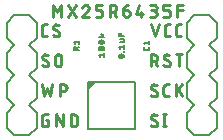
<source format=gto>
G75*
%MOIN*%
%OFA0B0*%
%FSLAX25Y25*%
%IPPOS*%
%LPD*%
%AMOC8*
5,1,8,0,0,1.08239X$1,22.5*
%
%ADD10C,0.01000*%
%ADD11C,0.00500*%
%ADD12C,0.00800*%
D10*
X0018250Y0010389D02*
X0018250Y0012611D01*
X0018252Y0012669D01*
X0018258Y0012727D01*
X0018267Y0012784D01*
X0018280Y0012841D01*
X0018297Y0012897D01*
X0018318Y0012951D01*
X0018342Y0013004D01*
X0018369Y0013055D01*
X0018400Y0013105D01*
X0018434Y0013152D01*
X0018471Y0013197D01*
X0018510Y0013240D01*
X0018553Y0013279D01*
X0018598Y0013316D01*
X0018645Y0013350D01*
X0018694Y0013381D01*
X0018746Y0013408D01*
X0018799Y0013432D01*
X0018853Y0013453D01*
X0018909Y0013470D01*
X0018966Y0013483D01*
X0019023Y0013492D01*
X0019081Y0013498D01*
X0019139Y0013500D01*
X0020472Y0013500D01*
X0023050Y0013500D02*
X0025272Y0009500D01*
X0025272Y0013500D01*
X0023050Y0013500D02*
X0023050Y0009500D01*
X0020472Y0009500D02*
X0019139Y0009500D01*
X0020472Y0009500D02*
X0020472Y0011722D01*
X0019806Y0011722D01*
X0018250Y0010389D02*
X0018252Y0010331D01*
X0018258Y0010273D01*
X0018267Y0010216D01*
X0018280Y0010159D01*
X0018297Y0010103D01*
X0018318Y0010049D01*
X0018342Y0009996D01*
X0018369Y0009945D01*
X0018400Y0009895D01*
X0018434Y0009848D01*
X0018471Y0009803D01*
X0018510Y0009760D01*
X0018553Y0009721D01*
X0018598Y0009684D01*
X0018645Y0009650D01*
X0018695Y0009619D01*
X0018746Y0009592D01*
X0018799Y0009568D01*
X0018853Y0009547D01*
X0018909Y0009530D01*
X0018966Y0009517D01*
X0019023Y0009508D01*
X0019081Y0009502D01*
X0019139Y0009500D01*
X0027850Y0009500D02*
X0028961Y0009500D01*
X0027850Y0009500D02*
X0027850Y0013500D01*
X0028961Y0013500D01*
X0029026Y0013498D01*
X0029090Y0013492D01*
X0029154Y0013483D01*
X0029217Y0013470D01*
X0029280Y0013453D01*
X0029341Y0013433D01*
X0029401Y0013409D01*
X0029460Y0013382D01*
X0029517Y0013351D01*
X0029572Y0013317D01*
X0029624Y0013280D01*
X0029675Y0013240D01*
X0029723Y0013197D01*
X0029769Y0013151D01*
X0029812Y0013103D01*
X0029852Y0013052D01*
X0029889Y0012999D01*
X0029923Y0012944D01*
X0029954Y0012888D01*
X0029981Y0012829D01*
X0030005Y0012769D01*
X0030025Y0012708D01*
X0030042Y0012645D01*
X0030055Y0012582D01*
X0030064Y0012518D01*
X0030070Y0012454D01*
X0030072Y0012389D01*
X0030072Y0010611D01*
X0030070Y0010546D01*
X0030064Y0010482D01*
X0030055Y0010418D01*
X0030042Y0010355D01*
X0030025Y0010292D01*
X0030005Y0010231D01*
X0029981Y0010171D01*
X0029954Y0010112D01*
X0029923Y0010056D01*
X0029889Y0010000D01*
X0029852Y0009948D01*
X0029812Y0009897D01*
X0029769Y0009849D01*
X0029723Y0009803D01*
X0029675Y0009760D01*
X0029624Y0009720D01*
X0029572Y0009683D01*
X0029517Y0009649D01*
X0029460Y0009618D01*
X0029401Y0009591D01*
X0029341Y0009567D01*
X0029280Y0009547D01*
X0029217Y0009530D01*
X0029154Y0009517D01*
X0029090Y0009508D01*
X0029026Y0009502D01*
X0028961Y0009500D01*
X0024283Y0019500D02*
X0024283Y0023500D01*
X0025394Y0023500D01*
X0025460Y0023498D01*
X0025525Y0023492D01*
X0025591Y0023482D01*
X0025655Y0023469D01*
X0025718Y0023452D01*
X0025781Y0023430D01*
X0025842Y0023406D01*
X0025901Y0023377D01*
X0025959Y0023346D01*
X0026015Y0023310D01*
X0026068Y0023272D01*
X0026119Y0023231D01*
X0026168Y0023186D01*
X0026214Y0023139D01*
X0026257Y0023089D01*
X0026297Y0023037D01*
X0026333Y0022982D01*
X0026367Y0022925D01*
X0026397Y0022867D01*
X0026424Y0022807D01*
X0026446Y0022745D01*
X0026466Y0022682D01*
X0026481Y0022618D01*
X0026493Y0022553D01*
X0026501Y0022488D01*
X0026505Y0022422D01*
X0026505Y0022356D01*
X0026501Y0022290D01*
X0026493Y0022225D01*
X0026481Y0022160D01*
X0026466Y0022096D01*
X0026446Y0022033D01*
X0026424Y0021971D01*
X0026397Y0021911D01*
X0026367Y0021853D01*
X0026333Y0021796D01*
X0026297Y0021741D01*
X0026257Y0021689D01*
X0026214Y0021639D01*
X0026168Y0021592D01*
X0026119Y0021547D01*
X0026068Y0021506D01*
X0026015Y0021468D01*
X0025959Y0021432D01*
X0025901Y0021401D01*
X0025842Y0021372D01*
X0025781Y0021348D01*
X0025718Y0021326D01*
X0025655Y0021309D01*
X0025591Y0021296D01*
X0025525Y0021286D01*
X0025460Y0021280D01*
X0025394Y0021278D01*
X0024283Y0021278D01*
X0021806Y0023500D02*
X0020917Y0019500D01*
X0020028Y0022167D01*
X0019139Y0019500D01*
X0018250Y0023500D01*
X0020472Y0030389D02*
X0020470Y0030448D01*
X0020464Y0030506D01*
X0020455Y0030564D01*
X0020442Y0030621D01*
X0020425Y0030677D01*
X0020404Y0030732D01*
X0020380Y0030785D01*
X0020353Y0030837D01*
X0020322Y0030887D01*
X0020288Y0030935D01*
X0020252Y0030980D01*
X0020212Y0031023D01*
X0020169Y0031064D01*
X0020124Y0031101D01*
X0020077Y0031136D01*
X0020027Y0031167D01*
X0020028Y0031167D02*
X0018806Y0031833D01*
X0019250Y0033500D02*
X0019327Y0033498D01*
X0019403Y0033493D01*
X0019479Y0033484D01*
X0019555Y0033472D01*
X0019630Y0033456D01*
X0019704Y0033437D01*
X0019777Y0033414D01*
X0019849Y0033389D01*
X0019920Y0033359D01*
X0019990Y0033327D01*
X0020057Y0033291D01*
X0020124Y0033253D01*
X0020188Y0033211D01*
X0020250Y0033167D01*
X0018806Y0031833D02*
X0018756Y0031864D01*
X0018709Y0031899D01*
X0018664Y0031936D01*
X0018621Y0031977D01*
X0018581Y0032020D01*
X0018545Y0032065D01*
X0018511Y0032113D01*
X0018480Y0032163D01*
X0018453Y0032215D01*
X0018429Y0032268D01*
X0018408Y0032323D01*
X0018391Y0032379D01*
X0018378Y0032436D01*
X0018369Y0032494D01*
X0018363Y0032552D01*
X0018361Y0032611D01*
X0018363Y0032669D01*
X0018369Y0032727D01*
X0018378Y0032784D01*
X0018391Y0032841D01*
X0018408Y0032897D01*
X0018429Y0032951D01*
X0018453Y0033004D01*
X0018480Y0033056D01*
X0018511Y0033105D01*
X0018545Y0033152D01*
X0018582Y0033197D01*
X0018621Y0033240D01*
X0018664Y0033279D01*
X0018709Y0033316D01*
X0018756Y0033350D01*
X0018806Y0033381D01*
X0018857Y0033408D01*
X0018910Y0033432D01*
X0018964Y0033453D01*
X0019020Y0033470D01*
X0019077Y0033483D01*
X0019134Y0033492D01*
X0019192Y0033498D01*
X0019250Y0033500D01*
X0018250Y0030056D02*
X0018309Y0029998D01*
X0018371Y0029944D01*
X0018435Y0029892D01*
X0018501Y0029843D01*
X0018569Y0029797D01*
X0018639Y0029754D01*
X0018712Y0029714D01*
X0018785Y0029678D01*
X0018861Y0029644D01*
X0018937Y0029614D01*
X0019015Y0029588D01*
X0019094Y0029565D01*
X0019174Y0029545D01*
X0019255Y0029529D01*
X0019337Y0029516D01*
X0019418Y0029507D01*
X0019501Y0029502D01*
X0019583Y0029500D01*
X0019641Y0029502D01*
X0019699Y0029508D01*
X0019756Y0029517D01*
X0019813Y0029530D01*
X0019869Y0029547D01*
X0019923Y0029568D01*
X0019976Y0029592D01*
X0020028Y0029619D01*
X0020077Y0029650D01*
X0020124Y0029684D01*
X0020169Y0029721D01*
X0020212Y0029760D01*
X0020251Y0029803D01*
X0020288Y0029848D01*
X0020322Y0029895D01*
X0020353Y0029945D01*
X0020380Y0029996D01*
X0020404Y0030049D01*
X0020425Y0030103D01*
X0020442Y0030159D01*
X0020455Y0030216D01*
X0020464Y0030273D01*
X0020470Y0030331D01*
X0020472Y0030389D01*
X0022600Y0030611D02*
X0022600Y0032389D01*
X0022602Y0032455D01*
X0022608Y0032520D01*
X0022618Y0032586D01*
X0022631Y0032650D01*
X0022648Y0032713D01*
X0022670Y0032776D01*
X0022694Y0032837D01*
X0022723Y0032896D01*
X0022754Y0032954D01*
X0022790Y0033010D01*
X0022828Y0033063D01*
X0022869Y0033114D01*
X0022914Y0033163D01*
X0022961Y0033209D01*
X0023011Y0033252D01*
X0023063Y0033292D01*
X0023118Y0033328D01*
X0023175Y0033362D01*
X0023233Y0033392D01*
X0023293Y0033419D01*
X0023355Y0033441D01*
X0023418Y0033461D01*
X0023482Y0033476D01*
X0023547Y0033488D01*
X0023612Y0033496D01*
X0023678Y0033500D01*
X0023744Y0033500D01*
X0023810Y0033496D01*
X0023875Y0033488D01*
X0023940Y0033476D01*
X0024004Y0033461D01*
X0024067Y0033441D01*
X0024129Y0033419D01*
X0024189Y0033392D01*
X0024247Y0033362D01*
X0024304Y0033328D01*
X0024359Y0033292D01*
X0024411Y0033252D01*
X0024461Y0033209D01*
X0024508Y0033163D01*
X0024553Y0033114D01*
X0024594Y0033063D01*
X0024632Y0033010D01*
X0024668Y0032954D01*
X0024699Y0032896D01*
X0024728Y0032837D01*
X0024752Y0032776D01*
X0024774Y0032713D01*
X0024791Y0032650D01*
X0024804Y0032586D01*
X0024814Y0032520D01*
X0024820Y0032455D01*
X0024822Y0032389D01*
X0024822Y0030611D01*
X0024820Y0030545D01*
X0024814Y0030480D01*
X0024804Y0030414D01*
X0024791Y0030350D01*
X0024774Y0030287D01*
X0024752Y0030224D01*
X0024728Y0030163D01*
X0024699Y0030104D01*
X0024668Y0030046D01*
X0024632Y0029990D01*
X0024594Y0029937D01*
X0024553Y0029886D01*
X0024508Y0029837D01*
X0024461Y0029791D01*
X0024411Y0029748D01*
X0024359Y0029708D01*
X0024304Y0029672D01*
X0024247Y0029638D01*
X0024189Y0029608D01*
X0024129Y0029581D01*
X0024067Y0029559D01*
X0024004Y0029539D01*
X0023940Y0029524D01*
X0023875Y0029512D01*
X0023810Y0029504D01*
X0023744Y0029500D01*
X0023678Y0029500D01*
X0023612Y0029504D01*
X0023547Y0029512D01*
X0023482Y0029524D01*
X0023418Y0029539D01*
X0023355Y0029559D01*
X0023293Y0029581D01*
X0023233Y0029608D01*
X0023175Y0029638D01*
X0023118Y0029672D01*
X0023063Y0029708D01*
X0023011Y0029748D01*
X0022961Y0029791D01*
X0022914Y0029837D01*
X0022869Y0029886D01*
X0022828Y0029937D01*
X0022790Y0029990D01*
X0022754Y0030046D01*
X0022723Y0030104D01*
X0022694Y0030163D01*
X0022670Y0030224D01*
X0022648Y0030287D01*
X0022631Y0030350D01*
X0022618Y0030414D01*
X0022608Y0030480D01*
X0022602Y0030545D01*
X0022600Y0030611D01*
X0020028Y0039500D02*
X0019139Y0039500D01*
X0019081Y0039502D01*
X0019023Y0039508D01*
X0018966Y0039517D01*
X0018909Y0039530D01*
X0018853Y0039547D01*
X0018799Y0039568D01*
X0018746Y0039592D01*
X0018695Y0039619D01*
X0018645Y0039650D01*
X0018598Y0039684D01*
X0018553Y0039721D01*
X0018510Y0039760D01*
X0018471Y0039803D01*
X0018434Y0039848D01*
X0018400Y0039895D01*
X0018369Y0039945D01*
X0018342Y0039996D01*
X0018318Y0040049D01*
X0018297Y0040103D01*
X0018280Y0040159D01*
X0018267Y0040216D01*
X0018258Y0040273D01*
X0018252Y0040331D01*
X0018250Y0040389D01*
X0018250Y0042611D01*
X0018252Y0042669D01*
X0018258Y0042727D01*
X0018267Y0042784D01*
X0018280Y0042841D01*
X0018297Y0042897D01*
X0018318Y0042951D01*
X0018342Y0043004D01*
X0018369Y0043055D01*
X0018400Y0043105D01*
X0018434Y0043152D01*
X0018471Y0043197D01*
X0018510Y0043240D01*
X0018553Y0043279D01*
X0018598Y0043316D01*
X0018645Y0043350D01*
X0018694Y0043381D01*
X0018746Y0043408D01*
X0018799Y0043432D01*
X0018853Y0043453D01*
X0018909Y0043470D01*
X0018966Y0043483D01*
X0019023Y0043492D01*
X0019081Y0043498D01*
X0019139Y0043500D01*
X0020028Y0043500D01*
X0021984Y0042611D02*
X0021986Y0042669D01*
X0021992Y0042727D01*
X0022001Y0042784D01*
X0022014Y0042841D01*
X0022031Y0042897D01*
X0022052Y0042951D01*
X0022076Y0043004D01*
X0022103Y0043056D01*
X0022134Y0043105D01*
X0022168Y0043152D01*
X0022205Y0043197D01*
X0022244Y0043240D01*
X0022287Y0043279D01*
X0022332Y0043316D01*
X0022379Y0043350D01*
X0022429Y0043381D01*
X0022480Y0043408D01*
X0022533Y0043432D01*
X0022587Y0043453D01*
X0022643Y0043470D01*
X0022700Y0043483D01*
X0022757Y0043492D01*
X0022815Y0043498D01*
X0022873Y0043500D01*
X0021984Y0042611D02*
X0021986Y0042552D01*
X0021992Y0042494D01*
X0022001Y0042436D01*
X0022014Y0042379D01*
X0022031Y0042323D01*
X0022052Y0042268D01*
X0022076Y0042215D01*
X0022103Y0042163D01*
X0022134Y0042113D01*
X0022168Y0042065D01*
X0022204Y0042020D01*
X0022244Y0041977D01*
X0022287Y0041936D01*
X0022332Y0041899D01*
X0022379Y0041864D01*
X0022429Y0041833D01*
X0022428Y0041833D02*
X0023651Y0041167D01*
X0023206Y0039500D02*
X0023124Y0039502D01*
X0023041Y0039507D01*
X0022960Y0039516D01*
X0022878Y0039529D01*
X0022797Y0039545D01*
X0022717Y0039565D01*
X0022638Y0039588D01*
X0022560Y0039614D01*
X0022484Y0039644D01*
X0022408Y0039678D01*
X0022335Y0039714D01*
X0022262Y0039754D01*
X0022192Y0039797D01*
X0022124Y0039843D01*
X0022058Y0039892D01*
X0021994Y0039944D01*
X0021932Y0039998D01*
X0021873Y0040056D01*
X0023650Y0041167D02*
X0023700Y0041136D01*
X0023747Y0041101D01*
X0023792Y0041064D01*
X0023835Y0041023D01*
X0023875Y0040980D01*
X0023911Y0040935D01*
X0023945Y0040887D01*
X0023976Y0040837D01*
X0024003Y0040785D01*
X0024027Y0040732D01*
X0024048Y0040677D01*
X0024065Y0040621D01*
X0024078Y0040564D01*
X0024087Y0040506D01*
X0024093Y0040448D01*
X0024095Y0040389D01*
X0024093Y0040331D01*
X0024087Y0040273D01*
X0024078Y0040216D01*
X0024065Y0040159D01*
X0024048Y0040103D01*
X0024027Y0040049D01*
X0024003Y0039996D01*
X0023976Y0039945D01*
X0023945Y0039895D01*
X0023911Y0039848D01*
X0023874Y0039803D01*
X0023835Y0039760D01*
X0023792Y0039721D01*
X0023747Y0039684D01*
X0023700Y0039650D01*
X0023651Y0039619D01*
X0023599Y0039592D01*
X0023546Y0039568D01*
X0023492Y0039547D01*
X0023436Y0039530D01*
X0023379Y0039517D01*
X0023322Y0039508D01*
X0023264Y0039502D01*
X0023206Y0039500D01*
X0023873Y0043167D02*
X0023811Y0043211D01*
X0023747Y0043253D01*
X0023680Y0043291D01*
X0023613Y0043327D01*
X0023543Y0043359D01*
X0023472Y0043389D01*
X0023400Y0043414D01*
X0023327Y0043437D01*
X0023253Y0043456D01*
X0023178Y0043472D01*
X0023102Y0043484D01*
X0023026Y0043493D01*
X0022950Y0043498D01*
X0022873Y0043500D01*
X0022000Y0046000D02*
X0022000Y0050000D01*
X0023333Y0047778D01*
X0024667Y0050000D01*
X0024667Y0046000D01*
X0026950Y0046000D02*
X0029617Y0050000D01*
X0026950Y0050000D02*
X0029617Y0046000D01*
X0031672Y0046000D02*
X0033894Y0046000D01*
X0031672Y0046000D02*
X0033561Y0048222D01*
X0032894Y0050000D02*
X0032824Y0049998D01*
X0032754Y0049992D01*
X0032684Y0049983D01*
X0032615Y0049969D01*
X0032547Y0049952D01*
X0032480Y0049931D01*
X0032414Y0049907D01*
X0032350Y0049879D01*
X0032287Y0049848D01*
X0032226Y0049813D01*
X0032167Y0049774D01*
X0032110Y0049733D01*
X0032056Y0049689D01*
X0032004Y0049642D01*
X0031954Y0049591D01*
X0031908Y0049539D01*
X0031864Y0049484D01*
X0031824Y0049426D01*
X0031787Y0049367D01*
X0031753Y0049305D01*
X0031722Y0049242D01*
X0031695Y0049177D01*
X0031672Y0049111D01*
X0033561Y0048222D02*
X0033604Y0048266D01*
X0033646Y0048313D01*
X0033684Y0048362D01*
X0033719Y0048413D01*
X0033752Y0048466D01*
X0033781Y0048521D01*
X0033807Y0048577D01*
X0033830Y0048635D01*
X0033849Y0048694D01*
X0033865Y0048754D01*
X0033878Y0048815D01*
X0033887Y0048876D01*
X0033892Y0048938D01*
X0033894Y0049000D01*
X0033892Y0049060D01*
X0033887Y0049121D01*
X0033878Y0049180D01*
X0033865Y0049239D01*
X0033849Y0049298D01*
X0033829Y0049355D01*
X0033806Y0049410D01*
X0033779Y0049465D01*
X0033750Y0049517D01*
X0033717Y0049568D01*
X0033681Y0049617D01*
X0033643Y0049663D01*
X0033601Y0049707D01*
X0033557Y0049749D01*
X0033511Y0049787D01*
X0033462Y0049823D01*
X0033411Y0049856D01*
X0033359Y0049885D01*
X0033304Y0049912D01*
X0033249Y0049935D01*
X0033192Y0049955D01*
X0033133Y0049971D01*
X0033074Y0049984D01*
X0033015Y0049993D01*
X0032954Y0049998D01*
X0032894Y0050000D01*
X0036172Y0050000D02*
X0036172Y0048222D01*
X0037506Y0048222D01*
X0037564Y0048220D01*
X0037622Y0048214D01*
X0037679Y0048205D01*
X0037736Y0048192D01*
X0037792Y0048175D01*
X0037846Y0048154D01*
X0037899Y0048130D01*
X0037951Y0048103D01*
X0038000Y0048072D01*
X0038047Y0048038D01*
X0038092Y0048001D01*
X0038135Y0047962D01*
X0038174Y0047919D01*
X0038211Y0047874D01*
X0038245Y0047827D01*
X0038276Y0047778D01*
X0038303Y0047726D01*
X0038327Y0047673D01*
X0038348Y0047619D01*
X0038365Y0047563D01*
X0038378Y0047506D01*
X0038387Y0047449D01*
X0038393Y0047391D01*
X0038395Y0047333D01*
X0038394Y0047333D02*
X0038394Y0046889D01*
X0038395Y0046889D02*
X0038393Y0046831D01*
X0038387Y0046773D01*
X0038378Y0046716D01*
X0038365Y0046659D01*
X0038348Y0046603D01*
X0038327Y0046549D01*
X0038303Y0046496D01*
X0038276Y0046444D01*
X0038245Y0046395D01*
X0038211Y0046348D01*
X0038174Y0046303D01*
X0038135Y0046260D01*
X0038092Y0046221D01*
X0038047Y0046184D01*
X0038000Y0046150D01*
X0037950Y0046119D01*
X0037899Y0046092D01*
X0037846Y0046068D01*
X0037792Y0046047D01*
X0037736Y0046030D01*
X0037679Y0046017D01*
X0037622Y0046008D01*
X0037564Y0046002D01*
X0037506Y0046000D01*
X0036172Y0046000D01*
X0040873Y0046000D02*
X0040873Y0050000D01*
X0041984Y0050000D01*
X0042050Y0049998D01*
X0042115Y0049992D01*
X0042181Y0049982D01*
X0042245Y0049969D01*
X0042308Y0049952D01*
X0042371Y0049930D01*
X0042432Y0049906D01*
X0042491Y0049877D01*
X0042549Y0049846D01*
X0042605Y0049810D01*
X0042658Y0049772D01*
X0042709Y0049731D01*
X0042758Y0049686D01*
X0042804Y0049639D01*
X0042847Y0049589D01*
X0042887Y0049537D01*
X0042923Y0049482D01*
X0042957Y0049425D01*
X0042987Y0049367D01*
X0043014Y0049307D01*
X0043036Y0049245D01*
X0043056Y0049182D01*
X0043071Y0049118D01*
X0043083Y0049053D01*
X0043091Y0048988D01*
X0043095Y0048922D01*
X0043095Y0048856D01*
X0043091Y0048790D01*
X0043083Y0048725D01*
X0043071Y0048660D01*
X0043056Y0048596D01*
X0043036Y0048533D01*
X0043014Y0048471D01*
X0042987Y0048411D01*
X0042957Y0048353D01*
X0042923Y0048296D01*
X0042887Y0048241D01*
X0042847Y0048189D01*
X0042804Y0048139D01*
X0042758Y0048092D01*
X0042709Y0048047D01*
X0042658Y0048006D01*
X0042605Y0047968D01*
X0042549Y0047932D01*
X0042491Y0047901D01*
X0042432Y0047872D01*
X0042371Y0047848D01*
X0042308Y0047826D01*
X0042245Y0047809D01*
X0042181Y0047796D01*
X0042115Y0047786D01*
X0042050Y0047780D01*
X0041984Y0047778D01*
X0040873Y0047778D01*
X0042206Y0047778D02*
X0043095Y0046000D01*
X0045322Y0047111D02*
X0045322Y0048222D01*
X0046656Y0048222D01*
X0045322Y0048222D02*
X0045324Y0048304D01*
X0045330Y0048386D01*
X0045339Y0048468D01*
X0045352Y0048549D01*
X0045369Y0048629D01*
X0045390Y0048709D01*
X0045414Y0048787D01*
X0045442Y0048864D01*
X0045473Y0048940D01*
X0045508Y0049015D01*
X0045547Y0049087D01*
X0045588Y0049158D01*
X0045633Y0049227D01*
X0045681Y0049293D01*
X0045732Y0049358D01*
X0045786Y0049420D01*
X0045843Y0049479D01*
X0045902Y0049536D01*
X0045964Y0049590D01*
X0046029Y0049641D01*
X0046095Y0049689D01*
X0046164Y0049734D01*
X0046235Y0049775D01*
X0046307Y0049814D01*
X0046382Y0049848D01*
X0046458Y0049880D01*
X0046535Y0049908D01*
X0046613Y0049932D01*
X0046693Y0049953D01*
X0046773Y0049970D01*
X0046854Y0049983D01*
X0046936Y0049992D01*
X0047018Y0049998D01*
X0047100Y0050000D01*
X0047544Y0047333D02*
X0047544Y0047111D01*
X0047545Y0047333D02*
X0047543Y0047391D01*
X0047537Y0047449D01*
X0047528Y0047506D01*
X0047515Y0047563D01*
X0047498Y0047619D01*
X0047477Y0047673D01*
X0047453Y0047726D01*
X0047426Y0047778D01*
X0047395Y0047827D01*
X0047361Y0047874D01*
X0047324Y0047919D01*
X0047285Y0047962D01*
X0047242Y0048001D01*
X0047197Y0048038D01*
X0047150Y0048072D01*
X0047101Y0048103D01*
X0047049Y0048130D01*
X0046996Y0048154D01*
X0046942Y0048175D01*
X0046886Y0048192D01*
X0046829Y0048205D01*
X0046772Y0048214D01*
X0046714Y0048220D01*
X0046656Y0048222D01*
X0047544Y0047111D02*
X0047542Y0047045D01*
X0047536Y0046980D01*
X0047526Y0046914D01*
X0047513Y0046850D01*
X0047496Y0046787D01*
X0047474Y0046724D01*
X0047450Y0046663D01*
X0047421Y0046604D01*
X0047390Y0046546D01*
X0047354Y0046490D01*
X0047316Y0046437D01*
X0047275Y0046386D01*
X0047230Y0046337D01*
X0047183Y0046291D01*
X0047133Y0046248D01*
X0047081Y0046208D01*
X0047026Y0046172D01*
X0046969Y0046138D01*
X0046911Y0046108D01*
X0046851Y0046081D01*
X0046789Y0046059D01*
X0046726Y0046039D01*
X0046662Y0046024D01*
X0046597Y0046012D01*
X0046532Y0046004D01*
X0046466Y0046000D01*
X0046400Y0046000D01*
X0046334Y0046004D01*
X0046269Y0046012D01*
X0046204Y0046024D01*
X0046140Y0046039D01*
X0046077Y0046059D01*
X0046015Y0046081D01*
X0045955Y0046108D01*
X0045897Y0046138D01*
X0045840Y0046172D01*
X0045785Y0046208D01*
X0045733Y0046248D01*
X0045683Y0046291D01*
X0045636Y0046337D01*
X0045591Y0046386D01*
X0045550Y0046437D01*
X0045512Y0046490D01*
X0045476Y0046546D01*
X0045445Y0046604D01*
X0045416Y0046663D01*
X0045392Y0046724D01*
X0045370Y0046787D01*
X0045353Y0046850D01*
X0045340Y0046914D01*
X0045330Y0046980D01*
X0045324Y0047045D01*
X0045322Y0047111D01*
X0049822Y0046889D02*
X0052044Y0046889D01*
X0051378Y0047778D02*
X0051378Y0046000D01*
X0049822Y0046889D02*
X0050711Y0050000D01*
X0054322Y0050000D02*
X0055656Y0050000D01*
X0055714Y0049998D01*
X0055772Y0049992D01*
X0055829Y0049983D01*
X0055886Y0049970D01*
X0055942Y0049953D01*
X0055996Y0049932D01*
X0056049Y0049908D01*
X0056100Y0049881D01*
X0056150Y0049850D01*
X0056197Y0049816D01*
X0056242Y0049779D01*
X0056285Y0049740D01*
X0056324Y0049697D01*
X0056361Y0049652D01*
X0056395Y0049605D01*
X0056426Y0049556D01*
X0056453Y0049504D01*
X0056477Y0049451D01*
X0056498Y0049397D01*
X0056515Y0049341D01*
X0056528Y0049284D01*
X0056537Y0049227D01*
X0056543Y0049169D01*
X0056545Y0049111D01*
X0056543Y0049053D01*
X0056537Y0048995D01*
X0056528Y0048938D01*
X0056515Y0048881D01*
X0056498Y0048825D01*
X0056477Y0048771D01*
X0056453Y0048718D01*
X0056426Y0048667D01*
X0056395Y0048617D01*
X0056361Y0048570D01*
X0056324Y0048525D01*
X0056285Y0048482D01*
X0056242Y0048443D01*
X0056197Y0048406D01*
X0056150Y0048372D01*
X0056101Y0048341D01*
X0056049Y0048314D01*
X0055996Y0048290D01*
X0055942Y0048269D01*
X0055886Y0048252D01*
X0055829Y0048239D01*
X0055772Y0048230D01*
X0055714Y0048224D01*
X0055656Y0048222D01*
X0054767Y0048222D01*
X0055433Y0048222D02*
X0055499Y0048220D01*
X0055564Y0048214D01*
X0055630Y0048204D01*
X0055694Y0048191D01*
X0055757Y0048174D01*
X0055820Y0048152D01*
X0055881Y0048128D01*
X0055940Y0048099D01*
X0055998Y0048068D01*
X0056054Y0048032D01*
X0056107Y0047994D01*
X0056158Y0047953D01*
X0056207Y0047908D01*
X0056253Y0047861D01*
X0056296Y0047811D01*
X0056336Y0047759D01*
X0056372Y0047704D01*
X0056406Y0047647D01*
X0056436Y0047589D01*
X0056463Y0047529D01*
X0056485Y0047467D01*
X0056505Y0047404D01*
X0056520Y0047340D01*
X0056532Y0047275D01*
X0056540Y0047210D01*
X0056544Y0047144D01*
X0056544Y0047078D01*
X0056540Y0047012D01*
X0056532Y0046947D01*
X0056520Y0046882D01*
X0056505Y0046818D01*
X0056485Y0046755D01*
X0056463Y0046693D01*
X0056436Y0046633D01*
X0056406Y0046575D01*
X0056372Y0046518D01*
X0056336Y0046463D01*
X0056296Y0046411D01*
X0056253Y0046361D01*
X0056207Y0046314D01*
X0056158Y0046269D01*
X0056107Y0046228D01*
X0056054Y0046190D01*
X0055998Y0046154D01*
X0055940Y0046123D01*
X0055881Y0046094D01*
X0055820Y0046070D01*
X0055757Y0046048D01*
X0055694Y0046031D01*
X0055630Y0046018D01*
X0055564Y0046008D01*
X0055499Y0046002D01*
X0055433Y0046000D01*
X0054322Y0046000D01*
X0054500Y0043500D02*
X0055833Y0039500D01*
X0057167Y0043500D01*
X0059199Y0042611D02*
X0059199Y0040389D01*
X0059201Y0040331D01*
X0059207Y0040273D01*
X0059216Y0040216D01*
X0059229Y0040159D01*
X0059246Y0040103D01*
X0059267Y0040049D01*
X0059291Y0039996D01*
X0059318Y0039945D01*
X0059349Y0039895D01*
X0059383Y0039848D01*
X0059420Y0039803D01*
X0059459Y0039760D01*
X0059502Y0039721D01*
X0059547Y0039684D01*
X0059594Y0039650D01*
X0059644Y0039619D01*
X0059695Y0039592D01*
X0059748Y0039568D01*
X0059802Y0039547D01*
X0059858Y0039530D01*
X0059915Y0039517D01*
X0059972Y0039508D01*
X0060030Y0039502D01*
X0060088Y0039500D01*
X0060977Y0039500D01*
X0062949Y0040389D02*
X0062949Y0042611D01*
X0062951Y0042669D01*
X0062957Y0042727D01*
X0062966Y0042784D01*
X0062979Y0042841D01*
X0062996Y0042897D01*
X0063017Y0042951D01*
X0063041Y0043004D01*
X0063068Y0043055D01*
X0063099Y0043105D01*
X0063133Y0043152D01*
X0063170Y0043197D01*
X0063209Y0043240D01*
X0063252Y0043279D01*
X0063297Y0043316D01*
X0063344Y0043350D01*
X0063393Y0043381D01*
X0063445Y0043408D01*
X0063498Y0043432D01*
X0063552Y0043453D01*
X0063608Y0043470D01*
X0063665Y0043483D01*
X0063722Y0043492D01*
X0063780Y0043498D01*
X0063838Y0043500D01*
X0064727Y0043500D01*
X0063488Y0046000D02*
X0063488Y0050000D01*
X0065266Y0050000D01*
X0065266Y0048222D02*
X0063488Y0048222D01*
X0061044Y0047333D02*
X0061044Y0046889D01*
X0061045Y0046889D02*
X0061043Y0046831D01*
X0061037Y0046773D01*
X0061028Y0046716D01*
X0061015Y0046659D01*
X0060998Y0046603D01*
X0060977Y0046549D01*
X0060953Y0046496D01*
X0060926Y0046444D01*
X0060895Y0046395D01*
X0060861Y0046348D01*
X0060824Y0046303D01*
X0060785Y0046260D01*
X0060742Y0046221D01*
X0060697Y0046184D01*
X0060650Y0046150D01*
X0060600Y0046119D01*
X0060549Y0046092D01*
X0060496Y0046068D01*
X0060442Y0046047D01*
X0060386Y0046030D01*
X0060329Y0046017D01*
X0060272Y0046008D01*
X0060214Y0046002D01*
X0060156Y0046000D01*
X0058822Y0046000D01*
X0060156Y0048222D02*
X0060214Y0048220D01*
X0060272Y0048214D01*
X0060329Y0048205D01*
X0060386Y0048192D01*
X0060442Y0048175D01*
X0060496Y0048154D01*
X0060549Y0048130D01*
X0060601Y0048103D01*
X0060650Y0048072D01*
X0060697Y0048038D01*
X0060742Y0048001D01*
X0060785Y0047962D01*
X0060824Y0047919D01*
X0060861Y0047874D01*
X0060895Y0047827D01*
X0060926Y0047778D01*
X0060953Y0047726D01*
X0060977Y0047673D01*
X0060998Y0047619D01*
X0061015Y0047563D01*
X0061028Y0047506D01*
X0061037Y0047449D01*
X0061043Y0047391D01*
X0061045Y0047333D01*
X0060156Y0048222D02*
X0058822Y0048222D01*
X0058822Y0050000D01*
X0061044Y0050000D01*
X0060977Y0043500D02*
X0060088Y0043500D01*
X0060030Y0043498D01*
X0059972Y0043492D01*
X0059915Y0043483D01*
X0059858Y0043470D01*
X0059802Y0043453D01*
X0059748Y0043432D01*
X0059695Y0043408D01*
X0059643Y0043381D01*
X0059594Y0043350D01*
X0059547Y0043316D01*
X0059502Y0043279D01*
X0059459Y0043240D01*
X0059420Y0043197D01*
X0059383Y0043152D01*
X0059349Y0043105D01*
X0059318Y0043055D01*
X0059291Y0043004D01*
X0059267Y0042951D01*
X0059246Y0042897D01*
X0059229Y0042841D01*
X0059216Y0042784D01*
X0059207Y0042727D01*
X0059201Y0042669D01*
X0059199Y0042611D01*
X0062949Y0040389D02*
X0062951Y0040331D01*
X0062957Y0040273D01*
X0062966Y0040216D01*
X0062979Y0040159D01*
X0062996Y0040103D01*
X0063017Y0040049D01*
X0063041Y0039996D01*
X0063068Y0039945D01*
X0063099Y0039895D01*
X0063133Y0039848D01*
X0063170Y0039803D01*
X0063209Y0039760D01*
X0063252Y0039721D01*
X0063297Y0039684D01*
X0063344Y0039650D01*
X0063394Y0039619D01*
X0063445Y0039592D01*
X0063498Y0039568D01*
X0063552Y0039547D01*
X0063608Y0039530D01*
X0063665Y0039517D01*
X0063722Y0039508D01*
X0063780Y0039502D01*
X0063838Y0039500D01*
X0064727Y0039500D01*
X0065071Y0033500D02*
X0062849Y0033500D01*
X0063960Y0033500D02*
X0063960Y0029500D01*
X0060577Y0031167D02*
X0059355Y0031833D01*
X0059799Y0033500D02*
X0059876Y0033498D01*
X0059952Y0033493D01*
X0060028Y0033484D01*
X0060104Y0033472D01*
X0060179Y0033456D01*
X0060253Y0033437D01*
X0060326Y0033414D01*
X0060398Y0033389D01*
X0060469Y0033359D01*
X0060539Y0033327D01*
X0060606Y0033291D01*
X0060673Y0033253D01*
X0060737Y0033211D01*
X0060799Y0033167D01*
X0059355Y0031833D02*
X0059305Y0031864D01*
X0059258Y0031899D01*
X0059213Y0031936D01*
X0059170Y0031977D01*
X0059130Y0032020D01*
X0059094Y0032065D01*
X0059060Y0032113D01*
X0059029Y0032163D01*
X0059002Y0032215D01*
X0058978Y0032268D01*
X0058957Y0032323D01*
X0058940Y0032379D01*
X0058927Y0032436D01*
X0058918Y0032494D01*
X0058912Y0032552D01*
X0058910Y0032611D01*
X0058912Y0032669D01*
X0058918Y0032727D01*
X0058927Y0032784D01*
X0058940Y0032841D01*
X0058957Y0032897D01*
X0058978Y0032951D01*
X0059002Y0033004D01*
X0059029Y0033056D01*
X0059060Y0033105D01*
X0059094Y0033152D01*
X0059131Y0033197D01*
X0059170Y0033240D01*
X0059213Y0033279D01*
X0059258Y0033316D01*
X0059305Y0033350D01*
X0059355Y0033381D01*
X0059406Y0033408D01*
X0059459Y0033432D01*
X0059513Y0033453D01*
X0059569Y0033470D01*
X0059626Y0033483D01*
X0059683Y0033492D01*
X0059741Y0033498D01*
X0059799Y0033500D01*
X0058800Y0030056D02*
X0058859Y0029998D01*
X0058921Y0029944D01*
X0058985Y0029892D01*
X0059051Y0029843D01*
X0059119Y0029797D01*
X0059189Y0029754D01*
X0059262Y0029714D01*
X0059335Y0029678D01*
X0059411Y0029644D01*
X0059487Y0029614D01*
X0059565Y0029588D01*
X0059644Y0029565D01*
X0059724Y0029545D01*
X0059805Y0029529D01*
X0059887Y0029516D01*
X0059968Y0029507D01*
X0060051Y0029502D01*
X0060133Y0029500D01*
X0060191Y0029502D01*
X0060249Y0029508D01*
X0060306Y0029517D01*
X0060363Y0029530D01*
X0060419Y0029547D01*
X0060473Y0029568D01*
X0060526Y0029592D01*
X0060578Y0029619D01*
X0060627Y0029650D01*
X0060674Y0029684D01*
X0060719Y0029721D01*
X0060762Y0029760D01*
X0060801Y0029803D01*
X0060838Y0029848D01*
X0060872Y0029895D01*
X0060903Y0029945D01*
X0060930Y0029996D01*
X0060954Y0030049D01*
X0060975Y0030103D01*
X0060992Y0030159D01*
X0061005Y0030216D01*
X0061014Y0030273D01*
X0061020Y0030331D01*
X0061022Y0030389D01*
X0061020Y0030448D01*
X0061014Y0030506D01*
X0061005Y0030564D01*
X0060992Y0030621D01*
X0060975Y0030677D01*
X0060954Y0030732D01*
X0060930Y0030785D01*
X0060903Y0030837D01*
X0060872Y0030887D01*
X0060838Y0030935D01*
X0060802Y0030980D01*
X0060762Y0031023D01*
X0060719Y0031064D01*
X0060674Y0031101D01*
X0060627Y0031136D01*
X0060577Y0031167D01*
X0056722Y0029500D02*
X0055833Y0031278D01*
X0055611Y0031278D02*
X0054500Y0031278D01*
X0055611Y0031278D02*
X0055677Y0031280D01*
X0055742Y0031286D01*
X0055808Y0031296D01*
X0055872Y0031309D01*
X0055935Y0031326D01*
X0055998Y0031348D01*
X0056059Y0031372D01*
X0056118Y0031401D01*
X0056176Y0031432D01*
X0056232Y0031468D01*
X0056285Y0031506D01*
X0056336Y0031547D01*
X0056385Y0031592D01*
X0056431Y0031639D01*
X0056474Y0031689D01*
X0056514Y0031741D01*
X0056550Y0031796D01*
X0056584Y0031853D01*
X0056614Y0031911D01*
X0056641Y0031971D01*
X0056663Y0032033D01*
X0056683Y0032096D01*
X0056698Y0032160D01*
X0056710Y0032225D01*
X0056718Y0032290D01*
X0056722Y0032356D01*
X0056722Y0032422D01*
X0056718Y0032488D01*
X0056710Y0032553D01*
X0056698Y0032618D01*
X0056683Y0032682D01*
X0056663Y0032745D01*
X0056641Y0032807D01*
X0056614Y0032867D01*
X0056584Y0032925D01*
X0056550Y0032982D01*
X0056514Y0033037D01*
X0056474Y0033089D01*
X0056431Y0033139D01*
X0056385Y0033186D01*
X0056336Y0033231D01*
X0056285Y0033272D01*
X0056232Y0033310D01*
X0056176Y0033346D01*
X0056118Y0033377D01*
X0056059Y0033406D01*
X0055998Y0033430D01*
X0055935Y0033452D01*
X0055872Y0033469D01*
X0055808Y0033482D01*
X0055742Y0033492D01*
X0055677Y0033498D01*
X0055611Y0033500D01*
X0054500Y0033500D01*
X0054500Y0029500D01*
X0059716Y0023500D02*
X0060605Y0023500D01*
X0059716Y0023500D02*
X0059658Y0023498D01*
X0059600Y0023492D01*
X0059543Y0023483D01*
X0059486Y0023470D01*
X0059430Y0023453D01*
X0059376Y0023432D01*
X0059323Y0023408D01*
X0059271Y0023381D01*
X0059222Y0023350D01*
X0059175Y0023316D01*
X0059130Y0023279D01*
X0059087Y0023240D01*
X0059048Y0023197D01*
X0059011Y0023152D01*
X0058977Y0023105D01*
X0058946Y0023055D01*
X0058919Y0023004D01*
X0058895Y0022951D01*
X0058874Y0022897D01*
X0058857Y0022841D01*
X0058844Y0022784D01*
X0058835Y0022727D01*
X0058829Y0022669D01*
X0058827Y0022611D01*
X0058827Y0020389D01*
X0058829Y0020331D01*
X0058835Y0020273D01*
X0058844Y0020216D01*
X0058857Y0020159D01*
X0058874Y0020103D01*
X0058895Y0020049D01*
X0058919Y0019996D01*
X0058946Y0019945D01*
X0058977Y0019895D01*
X0059011Y0019848D01*
X0059048Y0019803D01*
X0059087Y0019760D01*
X0059130Y0019721D01*
X0059175Y0019684D01*
X0059222Y0019650D01*
X0059272Y0019619D01*
X0059323Y0019592D01*
X0059376Y0019568D01*
X0059430Y0019547D01*
X0059486Y0019530D01*
X0059543Y0019517D01*
X0059600Y0019508D01*
X0059658Y0019502D01*
X0059716Y0019500D01*
X0060605Y0019500D01*
X0062867Y0019500D02*
X0062867Y0023500D01*
X0063756Y0021944D02*
X0065089Y0019500D01*
X0062867Y0021056D02*
X0065089Y0023500D01*
X0056278Y0021167D02*
X0055056Y0021833D01*
X0055500Y0023500D02*
X0055577Y0023498D01*
X0055653Y0023493D01*
X0055729Y0023484D01*
X0055805Y0023472D01*
X0055880Y0023456D01*
X0055954Y0023437D01*
X0056027Y0023414D01*
X0056099Y0023389D01*
X0056170Y0023359D01*
X0056240Y0023327D01*
X0056307Y0023291D01*
X0056374Y0023253D01*
X0056438Y0023211D01*
X0056500Y0023167D01*
X0055056Y0021833D02*
X0055006Y0021864D01*
X0054959Y0021899D01*
X0054914Y0021936D01*
X0054871Y0021977D01*
X0054831Y0022020D01*
X0054795Y0022065D01*
X0054761Y0022113D01*
X0054730Y0022163D01*
X0054703Y0022215D01*
X0054679Y0022268D01*
X0054658Y0022323D01*
X0054641Y0022379D01*
X0054628Y0022436D01*
X0054619Y0022494D01*
X0054613Y0022552D01*
X0054611Y0022611D01*
X0054613Y0022669D01*
X0054619Y0022727D01*
X0054628Y0022784D01*
X0054641Y0022841D01*
X0054658Y0022897D01*
X0054679Y0022951D01*
X0054703Y0023004D01*
X0054730Y0023056D01*
X0054761Y0023105D01*
X0054795Y0023152D01*
X0054832Y0023197D01*
X0054871Y0023240D01*
X0054914Y0023279D01*
X0054959Y0023316D01*
X0055006Y0023350D01*
X0055056Y0023381D01*
X0055107Y0023408D01*
X0055160Y0023432D01*
X0055214Y0023453D01*
X0055270Y0023470D01*
X0055327Y0023483D01*
X0055384Y0023492D01*
X0055442Y0023498D01*
X0055500Y0023500D01*
X0054500Y0020056D02*
X0054559Y0019998D01*
X0054621Y0019944D01*
X0054685Y0019892D01*
X0054751Y0019843D01*
X0054819Y0019797D01*
X0054889Y0019754D01*
X0054962Y0019714D01*
X0055035Y0019678D01*
X0055111Y0019644D01*
X0055187Y0019614D01*
X0055265Y0019588D01*
X0055344Y0019565D01*
X0055424Y0019545D01*
X0055505Y0019529D01*
X0055587Y0019516D01*
X0055668Y0019507D01*
X0055751Y0019502D01*
X0055833Y0019500D01*
X0055891Y0019502D01*
X0055949Y0019508D01*
X0056006Y0019517D01*
X0056063Y0019530D01*
X0056119Y0019547D01*
X0056173Y0019568D01*
X0056226Y0019592D01*
X0056278Y0019619D01*
X0056327Y0019650D01*
X0056374Y0019684D01*
X0056419Y0019721D01*
X0056462Y0019760D01*
X0056501Y0019803D01*
X0056538Y0019848D01*
X0056572Y0019895D01*
X0056603Y0019945D01*
X0056630Y0019996D01*
X0056654Y0020049D01*
X0056675Y0020103D01*
X0056692Y0020159D01*
X0056705Y0020216D01*
X0056714Y0020273D01*
X0056720Y0020331D01*
X0056722Y0020389D01*
X0056720Y0020448D01*
X0056714Y0020506D01*
X0056705Y0020564D01*
X0056692Y0020621D01*
X0056675Y0020677D01*
X0056654Y0020732D01*
X0056630Y0020785D01*
X0056603Y0020837D01*
X0056572Y0020887D01*
X0056538Y0020935D01*
X0056502Y0020980D01*
X0056462Y0021023D01*
X0056419Y0021064D01*
X0056374Y0021101D01*
X0056327Y0021136D01*
X0056277Y0021167D01*
X0058617Y0013500D02*
X0059506Y0013500D01*
X0059061Y0013500D02*
X0059061Y0009500D01*
X0058617Y0009500D02*
X0059506Y0009500D01*
X0056278Y0011167D02*
X0055056Y0011833D01*
X0055500Y0013500D02*
X0055577Y0013498D01*
X0055653Y0013493D01*
X0055729Y0013484D01*
X0055805Y0013472D01*
X0055880Y0013456D01*
X0055954Y0013437D01*
X0056027Y0013414D01*
X0056099Y0013389D01*
X0056170Y0013359D01*
X0056240Y0013327D01*
X0056307Y0013291D01*
X0056374Y0013253D01*
X0056438Y0013211D01*
X0056500Y0013167D01*
X0055056Y0011833D02*
X0055006Y0011864D01*
X0054959Y0011899D01*
X0054914Y0011936D01*
X0054871Y0011977D01*
X0054831Y0012020D01*
X0054795Y0012065D01*
X0054761Y0012113D01*
X0054730Y0012163D01*
X0054703Y0012215D01*
X0054679Y0012268D01*
X0054658Y0012323D01*
X0054641Y0012379D01*
X0054628Y0012436D01*
X0054619Y0012494D01*
X0054613Y0012552D01*
X0054611Y0012611D01*
X0054613Y0012669D01*
X0054619Y0012727D01*
X0054628Y0012784D01*
X0054641Y0012841D01*
X0054658Y0012897D01*
X0054679Y0012951D01*
X0054703Y0013004D01*
X0054730Y0013056D01*
X0054761Y0013105D01*
X0054795Y0013152D01*
X0054832Y0013197D01*
X0054871Y0013240D01*
X0054914Y0013279D01*
X0054959Y0013316D01*
X0055006Y0013350D01*
X0055056Y0013381D01*
X0055107Y0013408D01*
X0055160Y0013432D01*
X0055214Y0013453D01*
X0055270Y0013470D01*
X0055327Y0013483D01*
X0055384Y0013492D01*
X0055442Y0013498D01*
X0055500Y0013500D01*
X0054500Y0010056D02*
X0054559Y0009998D01*
X0054621Y0009944D01*
X0054685Y0009892D01*
X0054751Y0009843D01*
X0054819Y0009797D01*
X0054889Y0009754D01*
X0054962Y0009714D01*
X0055035Y0009678D01*
X0055111Y0009644D01*
X0055187Y0009614D01*
X0055265Y0009588D01*
X0055344Y0009565D01*
X0055424Y0009545D01*
X0055505Y0009529D01*
X0055587Y0009516D01*
X0055668Y0009507D01*
X0055751Y0009502D01*
X0055833Y0009500D01*
X0055891Y0009502D01*
X0055949Y0009508D01*
X0056006Y0009517D01*
X0056063Y0009530D01*
X0056119Y0009547D01*
X0056173Y0009568D01*
X0056226Y0009592D01*
X0056278Y0009619D01*
X0056327Y0009650D01*
X0056374Y0009684D01*
X0056419Y0009721D01*
X0056462Y0009760D01*
X0056501Y0009803D01*
X0056538Y0009848D01*
X0056572Y0009895D01*
X0056603Y0009945D01*
X0056630Y0009996D01*
X0056654Y0010049D01*
X0056675Y0010103D01*
X0056692Y0010159D01*
X0056705Y0010216D01*
X0056714Y0010273D01*
X0056720Y0010331D01*
X0056722Y0010389D01*
X0056720Y0010448D01*
X0056714Y0010506D01*
X0056705Y0010564D01*
X0056692Y0010621D01*
X0056675Y0010677D01*
X0056654Y0010732D01*
X0056630Y0010785D01*
X0056603Y0010837D01*
X0056572Y0010887D01*
X0056538Y0010935D01*
X0056502Y0010980D01*
X0056462Y0011023D01*
X0056419Y0011064D01*
X0056374Y0011101D01*
X0056327Y0011136D01*
X0056277Y0011167D01*
X0038394Y0050000D02*
X0036172Y0050000D01*
D11*
X0043850Y0040562D02*
X0043850Y0039718D01*
X0045750Y0039718D01*
X0044694Y0039718D02*
X0044694Y0040562D01*
X0044483Y0038500D02*
X0045750Y0038500D01*
X0045750Y0037972D01*
X0045748Y0037939D01*
X0045743Y0037906D01*
X0045734Y0037874D01*
X0045723Y0037843D01*
X0045708Y0037814D01*
X0045689Y0037786D01*
X0045669Y0037760D01*
X0045645Y0037736D01*
X0045619Y0037716D01*
X0045592Y0037697D01*
X0045562Y0037682D01*
X0045531Y0037671D01*
X0045499Y0037662D01*
X0045466Y0037657D01*
X0045433Y0037655D01*
X0044483Y0037655D01*
X0045750Y0036517D02*
X0045750Y0035462D01*
X0045750Y0035990D02*
X0043850Y0035990D01*
X0044272Y0035462D01*
X0045644Y0034530D02*
X0045750Y0034530D01*
X0045750Y0034425D01*
X0045644Y0034425D01*
X0045644Y0034530D01*
X0045486Y0032596D02*
X0045422Y0032567D01*
X0045356Y0032540D01*
X0045289Y0032516D01*
X0045221Y0032496D01*
X0045152Y0032478D01*
X0045083Y0032464D01*
X0045012Y0032452D01*
X0044942Y0032444D01*
X0044871Y0032440D01*
X0044800Y0032438D01*
X0044800Y0033494D02*
X0044729Y0033492D01*
X0044658Y0033488D01*
X0044588Y0033480D01*
X0044517Y0033468D01*
X0044448Y0033454D01*
X0044379Y0033436D01*
X0044311Y0033416D01*
X0044244Y0033392D01*
X0044178Y0033365D01*
X0044114Y0033336D01*
X0044272Y0033388D02*
X0045328Y0032544D01*
X0045750Y0032966D02*
X0045748Y0033003D01*
X0045743Y0033040D01*
X0045734Y0033076D01*
X0045722Y0033112D01*
X0045706Y0033146D01*
X0045688Y0033178D01*
X0045666Y0033208D01*
X0045642Y0033236D01*
X0045614Y0033262D01*
X0045585Y0033285D01*
X0045554Y0033305D01*
X0045520Y0033322D01*
X0045486Y0033336D01*
X0045750Y0032966D02*
X0045748Y0032929D01*
X0045743Y0032892D01*
X0045734Y0032856D01*
X0045722Y0032820D01*
X0045706Y0032786D01*
X0045688Y0032754D01*
X0045666Y0032724D01*
X0045642Y0032696D01*
X0045614Y0032670D01*
X0045585Y0032647D01*
X0045554Y0032627D01*
X0045520Y0032610D01*
X0045486Y0032596D01*
X0045486Y0033336D02*
X0045422Y0033365D01*
X0045356Y0033392D01*
X0045289Y0033416D01*
X0045221Y0033436D01*
X0045152Y0033454D01*
X0045083Y0033468D01*
X0045012Y0033480D01*
X0044942Y0033488D01*
X0044871Y0033492D01*
X0044800Y0033494D01*
X0044800Y0032438D02*
X0044729Y0032440D01*
X0044658Y0032444D01*
X0044588Y0032452D01*
X0044517Y0032464D01*
X0044448Y0032478D01*
X0044379Y0032496D01*
X0044311Y0032516D01*
X0044244Y0032540D01*
X0044178Y0032567D01*
X0044114Y0032596D01*
X0043850Y0032966D02*
X0043852Y0033003D01*
X0043857Y0033040D01*
X0043866Y0033076D01*
X0043878Y0033112D01*
X0043894Y0033146D01*
X0043912Y0033178D01*
X0043934Y0033208D01*
X0043959Y0033236D01*
X0043986Y0033262D01*
X0044015Y0033285D01*
X0044046Y0033305D01*
X0044080Y0033322D01*
X0044114Y0033336D01*
X0043850Y0032966D02*
X0043852Y0032929D01*
X0043857Y0032892D01*
X0043866Y0032856D01*
X0043878Y0032820D01*
X0043894Y0032786D01*
X0043912Y0032754D01*
X0043934Y0032724D01*
X0043959Y0032696D01*
X0043986Y0032670D01*
X0044015Y0032647D01*
X0044046Y0032627D01*
X0044080Y0032610D01*
X0044114Y0032596D01*
X0039150Y0032798D02*
X0039150Y0033854D01*
X0039150Y0033326D02*
X0037250Y0033326D01*
X0037672Y0032798D01*
X0038200Y0036014D02*
X0038271Y0036012D01*
X0038342Y0036008D01*
X0038412Y0036000D01*
X0038483Y0035988D01*
X0038552Y0035974D01*
X0038621Y0035956D01*
X0038689Y0035936D01*
X0038756Y0035912D01*
X0038822Y0035885D01*
X0038886Y0035856D01*
X0038920Y0035842D01*
X0038954Y0035825D01*
X0038985Y0035805D01*
X0039014Y0035782D01*
X0039042Y0035756D01*
X0039066Y0035728D01*
X0039088Y0035698D01*
X0039106Y0035666D01*
X0039122Y0035632D01*
X0039134Y0035596D01*
X0039143Y0035560D01*
X0039148Y0035523D01*
X0039150Y0035486D01*
X0039148Y0035449D01*
X0039143Y0035412D01*
X0039134Y0035376D01*
X0039122Y0035340D01*
X0039106Y0035306D01*
X0039088Y0035274D01*
X0039066Y0035244D01*
X0039042Y0035216D01*
X0039014Y0035190D01*
X0038985Y0035167D01*
X0038954Y0035147D01*
X0038920Y0035130D01*
X0038886Y0035116D01*
X0038728Y0035063D02*
X0037672Y0035908D01*
X0037514Y0035856D02*
X0037480Y0035842D01*
X0037446Y0035825D01*
X0037415Y0035805D01*
X0037386Y0035782D01*
X0037359Y0035756D01*
X0037334Y0035728D01*
X0037312Y0035698D01*
X0037294Y0035666D01*
X0037278Y0035632D01*
X0037266Y0035596D01*
X0037257Y0035560D01*
X0037252Y0035523D01*
X0037250Y0035486D01*
X0037252Y0035449D01*
X0037257Y0035412D01*
X0037266Y0035376D01*
X0037278Y0035340D01*
X0037294Y0035306D01*
X0037312Y0035274D01*
X0037334Y0035244D01*
X0037359Y0035216D01*
X0037386Y0035190D01*
X0037415Y0035167D01*
X0037446Y0035147D01*
X0037480Y0035130D01*
X0037514Y0035116D01*
X0037514Y0035856D02*
X0037578Y0035885D01*
X0037644Y0035912D01*
X0037711Y0035936D01*
X0037779Y0035956D01*
X0037848Y0035974D01*
X0037917Y0035988D01*
X0037988Y0036000D01*
X0038058Y0036008D01*
X0038129Y0036012D01*
X0038200Y0036014D01*
X0038200Y0034958D02*
X0038129Y0034960D01*
X0038058Y0034964D01*
X0037988Y0034972D01*
X0037917Y0034984D01*
X0037848Y0034998D01*
X0037779Y0035016D01*
X0037711Y0035036D01*
X0037644Y0035060D01*
X0037578Y0035087D01*
X0037514Y0035116D01*
X0038200Y0034958D02*
X0038271Y0034960D01*
X0038342Y0034964D01*
X0038412Y0034972D01*
X0038483Y0034984D01*
X0038552Y0034998D01*
X0038621Y0035016D01*
X0038689Y0035036D01*
X0038756Y0035060D01*
X0038822Y0035087D01*
X0038886Y0035116D01*
X0038886Y0038016D02*
X0038822Y0038045D01*
X0038756Y0038072D01*
X0038689Y0038096D01*
X0038621Y0038116D01*
X0038552Y0038134D01*
X0038483Y0038148D01*
X0038412Y0038160D01*
X0038342Y0038168D01*
X0038271Y0038172D01*
X0038200Y0038174D01*
X0038200Y0037118D02*
X0038129Y0037120D01*
X0038058Y0037124D01*
X0037988Y0037132D01*
X0037917Y0037144D01*
X0037848Y0037158D01*
X0037779Y0037176D01*
X0037711Y0037196D01*
X0037644Y0037220D01*
X0037578Y0037247D01*
X0037514Y0037276D01*
X0037250Y0037646D02*
X0037252Y0037683D01*
X0037257Y0037720D01*
X0037266Y0037756D01*
X0037278Y0037792D01*
X0037294Y0037826D01*
X0037312Y0037858D01*
X0037334Y0037888D01*
X0037359Y0037916D01*
X0037386Y0037942D01*
X0037415Y0037965D01*
X0037446Y0037985D01*
X0037480Y0038002D01*
X0037514Y0038016D01*
X0037672Y0038068D02*
X0038728Y0037223D01*
X0039150Y0037646D02*
X0039148Y0037683D01*
X0039143Y0037720D01*
X0039134Y0037756D01*
X0039122Y0037792D01*
X0039106Y0037826D01*
X0039088Y0037858D01*
X0039066Y0037888D01*
X0039042Y0037916D01*
X0039014Y0037942D01*
X0038985Y0037965D01*
X0038954Y0037985D01*
X0038920Y0038002D01*
X0038886Y0038016D01*
X0039150Y0037646D02*
X0039148Y0037609D01*
X0039143Y0037572D01*
X0039134Y0037536D01*
X0039122Y0037500D01*
X0039106Y0037466D01*
X0039088Y0037434D01*
X0039066Y0037404D01*
X0039042Y0037376D01*
X0039014Y0037350D01*
X0038985Y0037327D01*
X0038954Y0037307D01*
X0038920Y0037290D01*
X0038886Y0037276D01*
X0038200Y0038174D02*
X0038129Y0038172D01*
X0038058Y0038168D01*
X0037988Y0038160D01*
X0037917Y0038148D01*
X0037848Y0038134D01*
X0037779Y0038116D01*
X0037711Y0038096D01*
X0037644Y0038072D01*
X0037578Y0038045D01*
X0037514Y0038016D01*
X0037250Y0037646D02*
X0037252Y0037609D01*
X0037257Y0037572D01*
X0037266Y0037536D01*
X0037278Y0037500D01*
X0037294Y0037466D01*
X0037312Y0037434D01*
X0037334Y0037404D01*
X0037359Y0037376D01*
X0037386Y0037350D01*
X0037415Y0037327D01*
X0037446Y0037307D01*
X0037480Y0037290D01*
X0037514Y0037276D01*
X0038200Y0037118D02*
X0038271Y0037120D01*
X0038342Y0037124D01*
X0038412Y0037132D01*
X0038483Y0037144D01*
X0038552Y0037158D01*
X0038621Y0037176D01*
X0038689Y0037196D01*
X0038756Y0037220D01*
X0038822Y0037247D01*
X0038886Y0037276D01*
X0039150Y0039358D02*
X0037250Y0039358D01*
X0037883Y0040202D02*
X0038517Y0039358D01*
X0038253Y0039727D02*
X0039150Y0040202D01*
X0030750Y0038095D02*
X0030750Y0037040D01*
X0030750Y0037567D02*
X0028850Y0037567D01*
X0029272Y0037040D01*
X0029906Y0035538D02*
X0030750Y0035960D01*
X0029906Y0035433D02*
X0029906Y0034905D01*
X0029906Y0035433D02*
X0029904Y0035478D01*
X0029898Y0035522D01*
X0029889Y0035566D01*
X0029876Y0035609D01*
X0029859Y0035650D01*
X0029839Y0035691D01*
X0029815Y0035729D01*
X0029789Y0035765D01*
X0029759Y0035798D01*
X0029727Y0035829D01*
X0029692Y0035858D01*
X0029655Y0035883D01*
X0029616Y0035904D01*
X0029575Y0035923D01*
X0029533Y0035938D01*
X0029489Y0035949D01*
X0029445Y0035957D01*
X0029400Y0035961D01*
X0029356Y0035961D01*
X0029311Y0035957D01*
X0029267Y0035949D01*
X0029223Y0035938D01*
X0029181Y0035923D01*
X0029140Y0035904D01*
X0029101Y0035883D01*
X0029064Y0035858D01*
X0029029Y0035829D01*
X0028997Y0035798D01*
X0028967Y0035765D01*
X0028941Y0035729D01*
X0028917Y0035691D01*
X0028897Y0035650D01*
X0028880Y0035609D01*
X0028867Y0035566D01*
X0028858Y0035522D01*
X0028852Y0035478D01*
X0028850Y0035433D01*
X0028850Y0034905D01*
X0030750Y0034905D01*
X0033626Y0024374D02*
X0033626Y0023587D01*
X0034413Y0024374D01*
X0033626Y0024374D01*
X0034413Y0024374D02*
X0035201Y0024374D01*
X0033626Y0022799D01*
X0033626Y0022012D01*
X0035988Y0024374D01*
X0035201Y0024374D01*
X0035988Y0024374D02*
X0049374Y0024374D01*
X0049374Y0008626D01*
X0033626Y0008626D01*
X0033626Y0022012D01*
X0033626Y0022799D02*
X0033626Y0023587D01*
X0052250Y0035489D02*
X0052250Y0035911D01*
X0052250Y0035489D02*
X0052252Y0035450D01*
X0052257Y0035411D01*
X0052266Y0035373D01*
X0052279Y0035337D01*
X0052294Y0035301D01*
X0052313Y0035267D01*
X0052335Y0035235D01*
X0052360Y0035205D01*
X0052388Y0035177D01*
X0052418Y0035152D01*
X0052450Y0035130D01*
X0052484Y0035111D01*
X0052520Y0035095D01*
X0052557Y0035083D01*
X0052594Y0035074D01*
X0052633Y0035069D01*
X0052672Y0035067D01*
X0053728Y0035067D01*
X0053767Y0035069D01*
X0053806Y0035074D01*
X0053843Y0035083D01*
X0053880Y0035095D01*
X0053916Y0035111D01*
X0053950Y0035130D01*
X0053982Y0035152D01*
X0054012Y0035177D01*
X0054040Y0035205D01*
X0054065Y0035235D01*
X0054087Y0035267D01*
X0054106Y0035301D01*
X0054122Y0035337D01*
X0054134Y0035374D01*
X0054143Y0035411D01*
X0054148Y0035450D01*
X0054150Y0035489D01*
X0054150Y0035911D01*
X0054150Y0036878D02*
X0054150Y0037933D01*
X0054150Y0037406D02*
X0052250Y0037406D01*
X0052672Y0036878D01*
D12*
X0014000Y0006500D02*
X0009000Y0006500D01*
X0006500Y0009000D01*
X0006500Y0014000D01*
X0009000Y0016500D01*
X0006500Y0019000D01*
X0006500Y0024000D01*
X0009000Y0026500D01*
X0006500Y0029000D01*
X0006500Y0034000D01*
X0009000Y0036500D01*
X0006500Y0039000D01*
X0006500Y0044000D01*
X0009000Y0046500D01*
X0014000Y0046500D01*
X0016500Y0044000D01*
X0016500Y0039000D01*
X0014000Y0036500D01*
X0016500Y0034000D01*
X0016500Y0029000D01*
X0014000Y0026500D01*
X0016500Y0024000D01*
X0016500Y0019000D01*
X0014000Y0016500D01*
X0016500Y0014000D01*
X0016500Y0009000D01*
X0014000Y0006500D01*
X0066500Y0009000D02*
X0066500Y0014000D01*
X0069000Y0016500D01*
X0066500Y0019000D01*
X0066500Y0024000D01*
X0069000Y0026500D01*
X0066500Y0029000D01*
X0066500Y0034000D01*
X0069000Y0036500D01*
X0066500Y0039000D01*
X0066500Y0044000D01*
X0069000Y0046500D01*
X0074000Y0046500D01*
X0076500Y0044000D01*
X0076500Y0039000D01*
X0074000Y0036500D01*
X0076500Y0034000D01*
X0076500Y0029000D01*
X0074000Y0026500D01*
X0076500Y0024000D01*
X0076500Y0019000D01*
X0074000Y0016500D01*
X0076500Y0014000D01*
X0076500Y0009000D01*
X0074000Y0006500D01*
X0069000Y0006500D01*
X0066500Y0009000D01*
M02*

</source>
